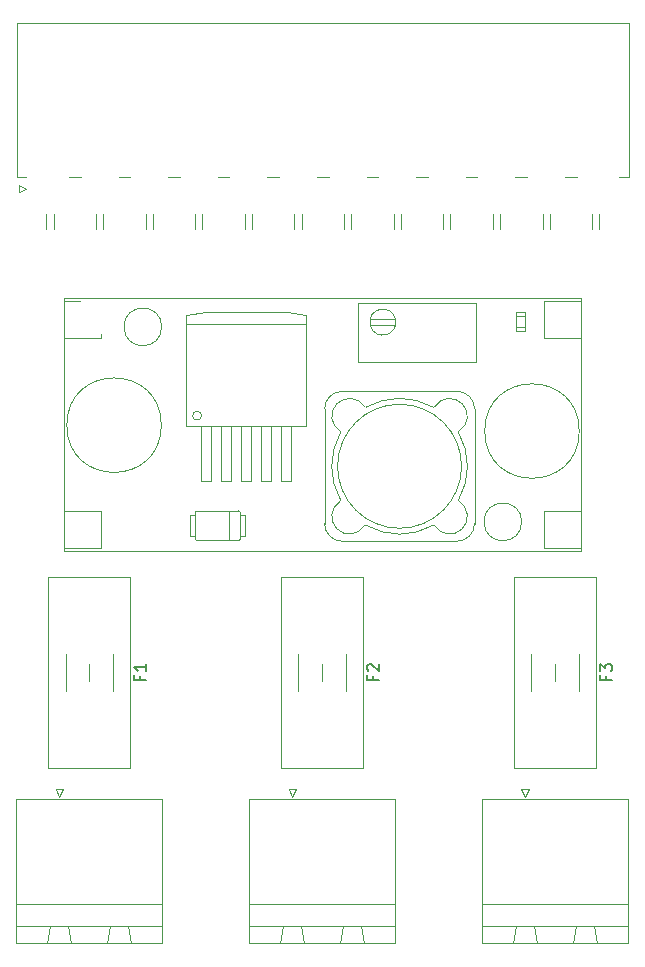
<source format=gbr>
%TF.GenerationSoftware,KiCad,Pcbnew,(6.0.8)*%
%TF.CreationDate,2023-07-04T13:31:15+01:00*%
%TF.ProjectId,DC_Divider_ATX_Unit,44435f44-6976-4696-9465-725f4154585f,rev?*%
%TF.SameCoordinates,Original*%
%TF.FileFunction,Legend,Top*%
%TF.FilePolarity,Positive*%
%FSLAX46Y46*%
G04 Gerber Fmt 4.6, Leading zero omitted, Abs format (unit mm)*
G04 Created by KiCad (PCBNEW (6.0.8)) date 2023-07-04 13:31:15*
%MOMM*%
%LPD*%
G01*
G04 APERTURE LIST*
%ADD10C,0.150000*%
%ADD11C,0.120000*%
G04 APERTURE END LIST*
D10*
%TO.C,F3*%
X156225571Y-140338208D02*
X156225571Y-140671541D01*
X156749380Y-140671541D02*
X155749380Y-140671541D01*
X155749380Y-140195351D01*
X155749380Y-139909636D02*
X155749380Y-139290589D01*
X156130333Y-139623922D01*
X156130333Y-139481065D01*
X156177952Y-139385827D01*
X156225571Y-139338208D01*
X156320809Y-139290589D01*
X156558904Y-139290589D01*
X156654142Y-139338208D01*
X156701761Y-139385827D01*
X156749380Y-139481065D01*
X156749380Y-139766779D01*
X156701761Y-139862017D01*
X156654142Y-139909636D01*
%TO.C,F2*%
X136505571Y-140338208D02*
X136505571Y-140671541D01*
X137029380Y-140671541D02*
X136029380Y-140671541D01*
X136029380Y-140195351D01*
X136124619Y-139862017D02*
X136077000Y-139814398D01*
X136029380Y-139719160D01*
X136029380Y-139481065D01*
X136077000Y-139385827D01*
X136124619Y-139338208D01*
X136219857Y-139290589D01*
X136315095Y-139290589D01*
X136457952Y-139338208D01*
X137029380Y-139909636D01*
X137029380Y-139290589D01*
%TO.C,F1*%
X116785571Y-140338208D02*
X116785571Y-140671541D01*
X117309380Y-140671541D02*
X116309380Y-140671541D01*
X116309380Y-140195351D01*
X117309380Y-139290589D02*
X117309380Y-139862017D01*
X117309380Y-139576303D02*
X116309380Y-139576303D01*
X116452238Y-139671541D01*
X116547476Y-139766779D01*
X116595095Y-139862017D01*
D11*
%TO.C,F3*%
X148457000Y-131904875D02*
X148457000Y-148104875D01*
X151927000Y-139254875D02*
X151927000Y-140754875D01*
X155397000Y-148104875D02*
X155397000Y-131904875D01*
X155397000Y-131904875D02*
X148457000Y-131904875D01*
X149927000Y-141604875D02*
X149927000Y-138404875D01*
X153927000Y-138404875D02*
X153927000Y-141604875D01*
X148457000Y-148104875D02*
X155397000Y-148104875D01*
%TO.C,F2*%
X128737000Y-148104875D02*
X135677000Y-148104875D01*
X134207000Y-138404875D02*
X134207000Y-141604875D01*
X130207000Y-141604875D02*
X130207000Y-138404875D01*
X135677000Y-131904875D02*
X128737000Y-131904875D01*
X135677000Y-148104875D02*
X135677000Y-131904875D01*
X132207000Y-139254875D02*
X132207000Y-140754875D01*
X128737000Y-131904875D02*
X128737000Y-148104875D01*
%TO.C,F1*%
X109017000Y-131904875D02*
X109017000Y-148104875D01*
X112487000Y-139254875D02*
X112487000Y-140754875D01*
X115957000Y-148104875D02*
X115957000Y-131904875D01*
X115957000Y-131904875D02*
X109017000Y-131904875D01*
X110487000Y-141604875D02*
X110487000Y-138404875D01*
X114487000Y-138404875D02*
X114487000Y-141604875D01*
X109017000Y-148104875D02*
X115957000Y-148104875D01*
%TO.C,J4*%
X148637000Y-161423500D02*
X148387000Y-162923500D01*
X150387000Y-162923500D02*
X150137000Y-161423500D01*
X149387000Y-150503500D02*
X149087000Y-149903500D01*
X145737000Y-159623500D02*
X158117000Y-159623500D01*
X158117000Y-162923500D02*
X158117000Y-150703500D01*
X158117000Y-159623500D02*
X158117000Y-161423500D01*
X149087000Y-149903500D02*
X149687000Y-149903500D01*
X153717000Y-161423500D02*
X153467000Y-162923500D01*
X148387000Y-162923500D02*
X150387000Y-162923500D01*
X155467000Y-162923500D02*
X155217000Y-161423500D01*
X158117000Y-161423500D02*
X145737000Y-161423500D01*
X145737000Y-161423500D02*
X145737000Y-159623500D01*
X149687000Y-149903500D02*
X149387000Y-150503500D01*
X150137000Y-161423500D02*
X148637000Y-161423500D01*
X155217000Y-161423500D02*
X153717000Y-161423500D01*
X145737000Y-150703500D02*
X145737000Y-162923500D01*
X145737000Y-162923500D02*
X158117000Y-162923500D01*
X153467000Y-162923500D02*
X155467000Y-162923500D01*
X158117000Y-150703500D02*
X145737000Y-150703500D01*
%TO.C,J3*%
X138397000Y-162923500D02*
X138397000Y-150703500D01*
X138397000Y-159623500D02*
X138397000Y-161423500D01*
X130667000Y-162923500D02*
X130417000Y-161423500D01*
X135497000Y-161423500D02*
X133997000Y-161423500D01*
X130417000Y-161423500D02*
X128917000Y-161423500D01*
X133997000Y-161423500D02*
X133747000Y-162923500D01*
X135747000Y-162923500D02*
X135497000Y-161423500D01*
X133747000Y-162923500D02*
X135747000Y-162923500D01*
X126017000Y-161423500D02*
X126017000Y-159623500D01*
X126017000Y-159623500D02*
X138397000Y-159623500D01*
X129967000Y-149903500D02*
X129667000Y-150503500D01*
X128667000Y-162923500D02*
X130667000Y-162923500D01*
X126017000Y-150703500D02*
X126017000Y-162923500D01*
X138397000Y-161423500D02*
X126017000Y-161423500D01*
X126017000Y-162923500D02*
X138397000Y-162923500D01*
X128917000Y-161423500D02*
X128667000Y-162923500D01*
X129667000Y-150503500D02*
X129367000Y-149903500D01*
X138397000Y-150703500D02*
X126017000Y-150703500D01*
X129367000Y-149903500D02*
X129967000Y-149903500D01*
%TO.C,J1*%
X146669200Y-101144600D02*
X146669200Y-102424600D01*
X107169200Y-98044600D02*
X106359200Y-98044600D01*
X158179200Y-85024600D02*
X132269200Y-85024600D01*
X134069200Y-101144600D02*
X134069200Y-102424600D01*
X113669200Y-101144600D02*
X113669200Y-102424600D01*
X122069200Y-101144600D02*
X122069200Y-102424600D01*
X114979200Y-98034600D02*
X115959200Y-98034600D01*
X140179200Y-98034600D02*
X141159200Y-98034600D01*
X138869200Y-101144600D02*
X138869200Y-102424600D01*
X155669200Y-101144600D02*
X155669200Y-102424600D01*
X119179200Y-98034600D02*
X120159200Y-98034600D01*
X125669200Y-101144600D02*
X125669200Y-102424600D01*
X106569200Y-99334600D02*
X106569200Y-98734600D01*
X135979200Y-98034600D02*
X136959200Y-98034600D01*
X155069200Y-101144600D02*
X155069200Y-102424600D01*
X126269200Y-101144600D02*
X126269200Y-102424600D01*
X107169200Y-99034600D02*
X106569200Y-99334600D01*
X134669200Y-101144600D02*
X134669200Y-102424600D01*
X106359200Y-85024600D02*
X132269200Y-85024600D01*
X138269200Y-101144600D02*
X138269200Y-102424600D01*
X150869200Y-101144600D02*
X150869200Y-102424600D01*
X106359200Y-98044600D02*
X106359200Y-85024600D01*
X143069200Y-101144600D02*
X143069200Y-102424600D01*
X127579200Y-98034600D02*
X128559200Y-98034600D01*
X113069200Y-101144600D02*
X113069200Y-102424600D01*
X123379200Y-98034600D02*
X124359200Y-98034600D01*
X144379200Y-98034600D02*
X145359200Y-98034600D01*
X142469200Y-101144600D02*
X142469200Y-102424600D01*
X121469200Y-101144600D02*
X121469200Y-102424600D01*
X110779200Y-98034600D02*
X111759200Y-98034600D01*
X117269200Y-101144600D02*
X117269200Y-102424600D01*
X147269200Y-101144600D02*
X147269200Y-102424600D01*
X129869200Y-101144600D02*
X129869200Y-102424600D01*
X108869200Y-101144600D02*
X108869200Y-102424600D01*
X157369200Y-98044600D02*
X158179200Y-98044600D01*
X158179200Y-98044600D02*
X158179200Y-85024600D01*
X152779200Y-98034600D02*
X153759200Y-98034600D01*
X131779200Y-98034600D02*
X132759200Y-98034600D01*
X130469200Y-101144600D02*
X130469200Y-102424600D01*
X148579200Y-98034600D02*
X149559200Y-98034600D01*
X151469200Y-101144600D02*
X151469200Y-102424600D01*
X109469200Y-101144600D02*
X109469200Y-102424600D01*
X117869200Y-101144600D02*
X117869200Y-102424600D01*
X106569200Y-98734600D02*
X107169200Y-99034600D01*
%TO.C,U1*%
X118595866Y-119058668D02*
G75*
G03*
X118595866Y-119058668I-4000000J0D01*
G01*
X121997379Y-118255844D02*
G75*
G03*
X121997379Y-118255844I-375000J0D01*
G01*
X144016597Y-122537046D02*
G75*
G03*
X144016597Y-122537046I-5250000J0D01*
G01*
X153978507Y-119556456D02*
G75*
G03*
X153978507Y-119556456I-4000000J0D01*
G01*
X118628199Y-110736250D02*
G75*
G03*
X118628199Y-110736250I-1598999J0D01*
G01*
X149108200Y-127246250D02*
G75*
G03*
X149108200Y-127246250I-1599000J0D01*
G01*
X136285585Y-110614940D02*
G75*
G03*
X136273348Y-110563777I1063415J281390D01*
G01*
X125130836Y-128784486D02*
G75*
G03*
X125230836Y-128684467I-36J100036D01*
G01*
X133764391Y-119701418D02*
G75*
G03*
X133730331Y-119567260I-86791J49368D01*
G01*
X135930983Y-127539226D02*
G75*
G03*
X141602211Y-127539226I2835614J5002180D01*
G01*
X132416604Y-127387046D02*
G75*
G03*
X133916597Y-128887046I1499996J-4D01*
G01*
X143802867Y-119567268D02*
G75*
G03*
X141736383Y-117500781I-793667J1272818D01*
G01*
X135298983Y-108733533D02*
G75*
G03*
X135248983Y-108783545I17J-50017D01*
G01*
X133916597Y-116187047D02*
G75*
G03*
X132416597Y-117687046I3J-1500003D01*
G01*
X135796810Y-117500781D02*
G75*
G03*
X133730332Y-119567261I-1272850J-793629D01*
G01*
X145249005Y-108783545D02*
G75*
G03*
X145198983Y-108733545I-50005J-5D01*
G01*
X125230783Y-126384467D02*
G75*
G03*
X125130836Y-126284467I-99983J17D01*
G01*
X143802861Y-119567260D02*
G75*
G03*
X143768777Y-119701434I53039J-84890D01*
G01*
X143616597Y-128887047D02*
G75*
G03*
X145116597Y-127387046I3J1499997D01*
G01*
X133730337Y-125506840D02*
G75*
G03*
X135796811Y-127573312I793663J-1272810D01*
G01*
X135930967Y-127539255D02*
G75*
G03*
X135796811Y-127573312I-49367J-86795D01*
G01*
X133730318Y-125506810D02*
G75*
G03*
X133764417Y-125372659I-52918J84860D01*
G01*
X141602198Y-117534891D02*
G75*
G03*
X141736383Y-117500781I49302J87041D01*
G01*
X135249006Y-113683544D02*
G75*
G03*
X135298983Y-113733544I49994J-6D01*
G01*
X133764421Y-119701435D02*
G75*
G03*
X133764418Y-125372660I5002179J-2835615D01*
G01*
X141736382Y-127573312D02*
G75*
G03*
X143802862Y-125506832I1272858J793622D01*
G01*
X135796812Y-117500780D02*
G75*
G03*
X135930983Y-117534867I84888J53030D01*
G01*
X143768779Y-125372662D02*
G75*
G03*
X143768776Y-119701433I-5002179J2835612D01*
G01*
X141736362Y-127573325D02*
G75*
G03*
X141602211Y-127539226I-84862J-52925D01*
G01*
X143768755Y-125372648D02*
G75*
G03*
X143802863Y-125506833I87045J-49302D01*
G01*
X141602211Y-117534867D02*
G75*
G03*
X135930984Y-117534867I-2835613J-5002178D01*
G01*
X121430783Y-128684467D02*
G75*
G03*
X121530836Y-128784467I100017J17D01*
G01*
X145198983Y-113733533D02*
G75*
G03*
X145248983Y-113683544I17J49983D01*
G01*
X145116604Y-117687046D02*
G75*
G03*
X143616597Y-116187046I-1500004J-4D01*
G01*
X121530836Y-126284486D02*
G75*
G03*
X121430836Y-126384467I-36J-99964D01*
G01*
X125359433Y-123797920D02*
X126199433Y-123797920D01*
X151009200Y-129461250D02*
X154124200Y-129461250D01*
X121430836Y-128684467D02*
X121430836Y-126384467D01*
X125680836Y-128409467D02*
X125230836Y-128409467D01*
X128759433Y-123797920D02*
X128759433Y-119167920D01*
X129599433Y-123797920D02*
X129599433Y-119167920D01*
X121959433Y-123797920D02*
X122799433Y-123797920D01*
X110399200Y-126301250D02*
X113529200Y-126301250D01*
X125359433Y-123797920D02*
X125359433Y-119167920D01*
X136297794Y-110108544D02*
X136309753Y-110083545D01*
X120776997Y-119167920D02*
X130781870Y-119167920D01*
X148597881Y-109801546D02*
X149397881Y-109801546D01*
X121959433Y-123797920D02*
X121959433Y-119167920D01*
X135248983Y-113683544D02*
X135248983Y-108783545D01*
X125231836Y-126895946D02*
X125231836Y-126801394D01*
X138388214Y-110083545D02*
X136309753Y-110083545D01*
X124360558Y-126384467D02*
X124360558Y-128684467D01*
X143616597Y-116187046D02*
X133916597Y-116187046D01*
X135298983Y-108733545D02*
X145198983Y-108733545D01*
X122349433Y-109447921D02*
X129209433Y-109447921D01*
X120699433Y-109738860D02*
X122349433Y-109447921D01*
X125230836Y-126659467D02*
X125680836Y-126659467D01*
X149397881Y-111081545D02*
X148597881Y-111081545D01*
X110394200Y-129716250D02*
X154144200Y-129716250D01*
X110399200Y-108521250D02*
X111699200Y-108521250D01*
X122799433Y-123797920D02*
X122799433Y-119167920D01*
X151009200Y-129461250D02*
X151009200Y-126301250D01*
X125230836Y-126384467D02*
X125230836Y-128684467D01*
X149397881Y-109481546D02*
X149397881Y-111081545D01*
X151009200Y-111681250D02*
X151009200Y-108521250D01*
X145116597Y-127387046D02*
X145116597Y-117687046D01*
X120699433Y-119090356D02*
X120699433Y-109738860D01*
X145248983Y-108783545D02*
X145248983Y-113683544D01*
X127059433Y-123797920D02*
X127899433Y-123797920D01*
X125130836Y-128784467D02*
X121530836Y-128784467D01*
X127899433Y-123797920D02*
X127899433Y-119167920D01*
X110399200Y-111676250D02*
X113529200Y-111681250D01*
X151009200Y-108521250D02*
X154124200Y-108521250D01*
X121530836Y-126284467D02*
X125130836Y-126284467D01*
X145198983Y-113733544D02*
X135298983Y-113733544D01*
X151009200Y-126301250D02*
X154124200Y-126301250D01*
X149397881Y-109481546D02*
X148597881Y-109481546D01*
X120980836Y-126659467D02*
X121430836Y-126659467D01*
X110394200Y-108266250D02*
X110394200Y-129716250D01*
X129209433Y-109447921D02*
X130859433Y-109738860D01*
X154144200Y-129716250D02*
X154144200Y-108266250D01*
X130859433Y-119090356D02*
X130859433Y-109738860D01*
X113529200Y-126301250D02*
X113529200Y-129461250D01*
X143891512Y-108732545D02*
X143857557Y-108732545D01*
X124499433Y-123797920D02*
X124499433Y-119167920D01*
X120980836Y-128409467D02*
X120980836Y-126659467D01*
X136285585Y-110052150D02*
X136309753Y-110083545D01*
X149397881Y-110761545D02*
X148597881Y-110761545D01*
X128759433Y-123797920D02*
X129599433Y-123797920D01*
X136297794Y-110108544D02*
X136273347Y-110103312D01*
X143808178Y-108732545D02*
X143763306Y-108732545D01*
X110399200Y-129461250D02*
X113529200Y-129461250D01*
X130859433Y-110527920D02*
X120699433Y-110527920D01*
X120699433Y-119090356D02*
X120776997Y-119167920D01*
X151009200Y-111681250D02*
X154169200Y-111681250D01*
X148597881Y-111081545D02*
X148597881Y-109481546D01*
X120698433Y-111105399D02*
X120698433Y-111266937D01*
X154144200Y-108266250D02*
X110394200Y-108266250D01*
X123659433Y-123797920D02*
X124499433Y-123797920D01*
X136297794Y-110108544D02*
X136304964Y-110077325D01*
X127059433Y-123797920D02*
X127059433Y-119167920D01*
X126199433Y-123797920D02*
X126199433Y-119167920D01*
X136309753Y-110583544D02*
X138388214Y-110583544D01*
X133916597Y-128887046D02*
X143616597Y-128887046D01*
X130781870Y-119167920D02*
X130859433Y-119090356D01*
X113529200Y-111371250D02*
X113529200Y-111681250D01*
X123659433Y-123797920D02*
X123659433Y-119167920D01*
X121430836Y-128409467D02*
X120980836Y-128409467D01*
X125680836Y-126659467D02*
X125680836Y-128409467D01*
X132416597Y-117687046D02*
X132416597Y-127387046D01*
%TO.C,J2*%
X106297000Y-161423500D02*
X106297000Y-159623500D01*
X118677000Y-161423500D02*
X106297000Y-161423500D01*
X118677000Y-162923500D02*
X118677000Y-150703500D01*
X108947000Y-162923500D02*
X110947000Y-162923500D01*
X116027000Y-162923500D02*
X115777000Y-161423500D01*
X106297000Y-150703500D02*
X106297000Y-162923500D01*
X106297000Y-162923500D02*
X118677000Y-162923500D01*
X118677000Y-150703500D02*
X106297000Y-150703500D01*
X115777000Y-161423500D02*
X114277000Y-161423500D01*
X114027000Y-162923500D02*
X116027000Y-162923500D01*
X110697000Y-161423500D02*
X109197000Y-161423500D01*
X110247000Y-149903500D02*
X109947000Y-150503500D01*
X106297000Y-159623500D02*
X118677000Y-159623500D01*
X118677000Y-159623500D02*
X118677000Y-161423500D01*
X109197000Y-161423500D02*
X108947000Y-162923500D01*
X114277000Y-161423500D02*
X114027000Y-162923500D01*
X110947000Y-162923500D02*
X110697000Y-161423500D01*
X109647000Y-149903500D02*
X110247000Y-149903500D01*
X109947000Y-150503500D02*
X109647000Y-149903500D01*
%TD*%
M02*

</source>
